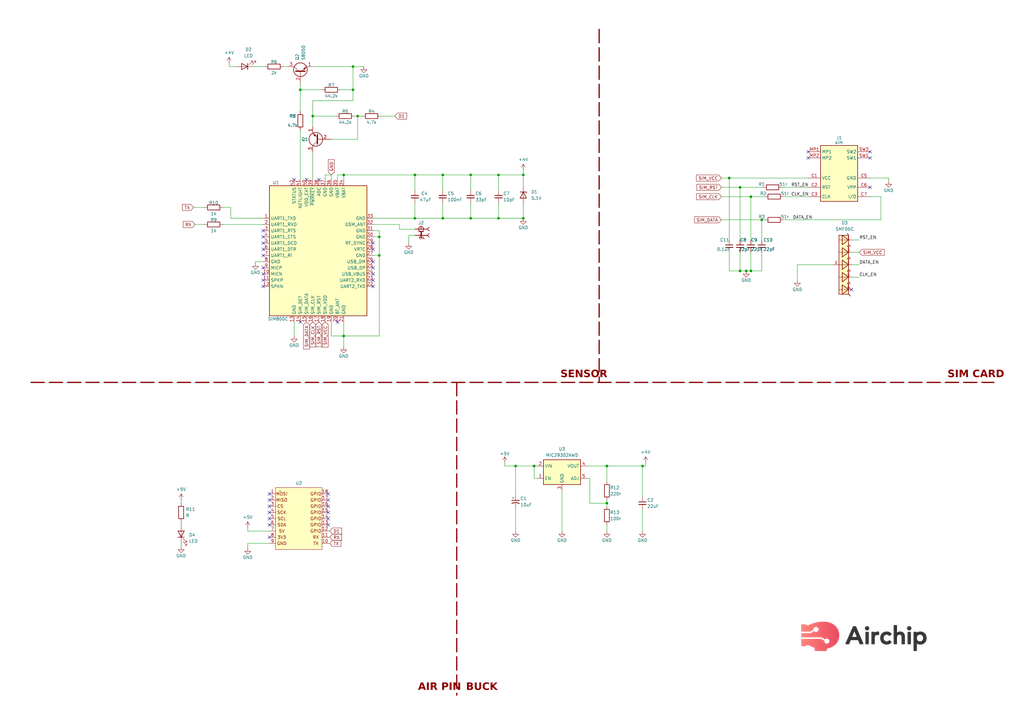
<source format=kicad_sch>
(kicad_sch (version 20230121) (generator eeschema)
  (paper "A3")
  (lib_symbols
    (symbol "Device:C_Polarized_Small_US" (pin_numbers hide) (pin_names (offset 0.254) hide)
      (property "Reference" "C" (at 0.254 1.778 0))
      (property "Value" "C_Polarized_Small_US" (at 0.254 -2.032 0))
      (symbol "C_Polarized_Small_US_0_1"
        (polyline (pts (xy -1.524 0.508) (xy 1.524 0.508)) (stroke (width 0.3048)))
        (polyline (pts (xy -1.27 1.524) (xy -0.762 1.524)))
        (polyline (pts (xy -1.016 1.27) (xy -1.016 1.778)))
        (arc (start 1.524 -0.762) (mid 0 -0.3734) (end -1.524 -0.762) (stroke (width 0.3048)))
      )
      (symbol "C_Polarized_Small_US_1_1"
        (pin passive line (at 0 2.54 270) (length 2.032) (name "~") (number "1"))
        (pin passive line (at 0 -2.54 90) (length 2.032) (name "~") (number "2"))
      )
    )
    (symbol "Device:C_Small" (pin_numbers hide) (pin_names (offset 0.254) hide)
      (property "Reference" "C" (at 0.254 1.778 0))
      (property "Value" "C_Small" (at 0.254 -2.032 0))
      (symbol "C_Small_0_1"
        (polyline (pts (xy -1.524 -0.508) (xy 1.524 -0.508)) (stroke (width 0.3302)))
        (polyline (pts (xy -1.524 0.508) (xy 1.524 0.508)) (stroke (width 0.3048)))
      )
      (symbol "C_Small_1_1"
        (pin passive line (at 0 2.54 270) (length 2.032) (name "~") (number "1"))
        (pin passive line (at 0 -2.54 90) (length 2.032) (name "~") (number "2"))
      )
    )
    (symbol "Device:D_Zener" (pin_numbers hide) (pin_names (offset 1.016) hide)
      (property "Reference" "D" (at 0 2.54 0))
      (property "Value" "D_Zener" (at 0 -2.54 0))
      (symbol "D_Zener_0_1"
        (polyline (pts (xy 1.27 0) (xy -1.27 0)))
        (polyline (pts (xy -1.27 -1.27) (xy -1.27 1.27) (xy -0.762 1.27)) (stroke (width 0.254)))
        (polyline (pts (xy 1.27 -1.27) (xy 1.27 1.27) (xy -1.27 0) (xy 1.27 -1.27)) (stroke (width 0.254)))
      )
      (symbol "D_Zener_1_1"
        (pin passive line (at -3.81 0 0) (length 2.54) (name "K") (number "1"))
        (pin passive line (at 3.81 0 180) (length 2.54) (name "A") (number "2"))
      )
    )
    (symbol "Device:LED" (pin_numbers hide) (pin_names (offset 1.016) hide)
      (property "Reference" "D" (at 0 2.54 0))
      (property "Value" "LED" (at 0 -2.54 0))
      (symbol "LED_0_1"
        (polyline (pts (xy -1.27 -1.27) (xy -1.27 1.27)) (stroke (width 0.254)))
        (polyline (pts (xy -1.27 0) (xy 1.27 0)))
        (polyline (pts (xy 1.27 -1.27) (xy 1.27 1.27) (xy -1.27 0) (xy 1.27 -1.27)) (stroke (width 0.254)))
        (polyline (pts (xy -3.048 -0.762) (xy -4.572 -2.286) (xy -3.81 -2.286) (xy -4.572 -2.286) (xy -4.572 -1.524)))
        (polyline (pts (xy -1.778 -0.762) (xy -3.302 -2.286) (xy -2.54 -2.286) (xy -3.302 -2.286) (xy -3.302 -1.524)))
      )
      (symbol "LED_1_1"
        (pin passive line (at -3.81 0 0) (length 2.54) (name "K") (number "1"))
        (pin passive line (at 3.81 0 180) (length 2.54) (name "A") (number "2"))
      )
    )
    (symbol "Device:R" (pin_numbers hide) (pin_names (offset 0))
      (property "Reference" "R" (at 2.032 0 90))
      (property "Value" "R" (at 0 0 90))
      (symbol "R_0_1"
        (rectangle (start -1.016 -2.54) (end 1.016 2.54) (stroke (width 0.254)))
      )
      (symbol "R_1_1"
        (pin passive line (at 0 3.81 270) (length 1.27) (name "~") (number "1"))
        (pin passive line (at 0 -3.81 90) (length 1.27) (name "~") (number "2"))
      )
    )
    (symbol "L-KLS1-IPEX-20279-001E-0:20279-001E-01" (pin_names (offset 1.016))
      (property "Reference" "J" (at -3.81 4.064 0))
      (property "Value" "20279-001E-01" (at -4.064 -4.318 0))
      (symbol "20279-001E-01_0_0"
        (polyline (pts (xy -3.302 -0.762) (xy -2.54 0)) (stroke (width 0.254)))
        (polyline (pts (xy -3.302 0.762) (xy -2.54 0)) (stroke (width 0.254)))
        (polyline (pts (xy -3.302 1.778) (xy -2.54 2.54)) (stroke (width 0.254)))
        (polyline (pts (xy -3.302 3.302) (xy -2.54 2.54)) (stroke (width 0.254)))
        (polyline (pts (xy -2.54 0) (xy 0 0)) (stroke (width 0.254)))
        (polyline (pts (xy -2.54 2.54) (xy 2.54 2.54)) (stroke (width 0.254)))
        (polyline (pts (xy -1.016 1.524) (xy 0 1.524)) (stroke (width 0.254)))
        (polyline (pts (xy -0.762 -0.762) (xy -1.27 -1.524)) (stroke (width 0.254)))
        (polyline (pts (xy 0 -0.762) (xy -0.762 -0.762)) (stroke (width 0.254)))
        (polyline (pts (xy 0 -0.762) (xy -0.508 -1.524)) (stroke (width 0.254)))
        (polyline (pts (xy 0 -0.762) (xy 0.762 -0.762)) (stroke (width 0.254)))
        (polyline (pts (xy 0 0) (xy -2.286 0)) (stroke (width 0.254)))
        (polyline (pts (xy 0 0) (xy 0 -0.762)) (stroke (width 0.254)))
        (polyline (pts (xy 0 1.524) (xy 0 0)) (stroke (width 0.254)))
        (polyline (pts (xy 0 1.524) (xy 1.016 1.524)) (stroke (width 0.254)))
        (polyline (pts (xy 0.762 -0.762) (xy 0.254 -1.524)) (stroke (width 0.254)))
        (polyline (pts (xy 2.54 0) (xy 0 0)) (stroke (width 0.254)))
        (circle (center 0 0) (radius 0.254) (stroke (width 0.254)))
        (circle (center 0 2.54) (radius 1.016) (stroke (width 0.254)))
        (pin passive line (at 2.54 2.54 180) (length 5.08) (name "~") (number "1"))
        (pin passive line (at 2.54 0 180) (length 5.08) (name "~") (number "2"))
        (pin passive line (at 2.54 0 180) (length 5.08) (name "~") (number "3"))
      )
    )
    (symbol "L-KLS1-SIM-064-_6+2_P-H1_85-R:L-KLS1-SIM-064-_6+2_P-H1.85-R"
      (property "Reference" "J1" (at 12.7 5.715 0))
      (property "Value" "sim" (at 12.7 3.81 0))
      (symbol "L-KLS1-SIM-064-_6+2_P-H1.85-R_1_1"
        (rectangle (start 5.08 2.54) (end 20.32 -20.32) (stroke (width 0.254)) (fill (type background)))
        (pin passive line (at 0 -10.795 0) (length 5.08) (name "VCC") (number "C1"))
        (pin passive line (at 0 -14.605 0) (length 5.08) (name "RST") (number "C2"))
        (pin passive line (at 0 -18.415 0) (length 5.08) (name "CLK") (number "C3"))
        (pin passive line (at 25.4 -10.795 180) (length 5.08) (name "GND") (number "C5"))
        (pin passive line (at 25.4 -14.605 180) (length 5.08) (name "VPP") (number "C6"))
        (pin passive line (at 25.4 -18.415 180) (length 5.08) (name "I/O") (number "C7"))
        (pin passive line (at 0 0 0) (length 5.08) (name "MP1") (number "MP1"))
        (pin passive line (at 0 -2.54 0) (length 5.08) (name "MP2") (number "MP2"))
        (pin passive line (at 25.4 -2.54 180) (length 5.08) (name "SW1") (number "SW1"))
        (pin passive line (at 25.4 0 180) (length 5.08) (name "SW2") (number "SW2"))
      )
    )
    (symbol "RF_GSM:SIM800C"
      (property "Reference" "U1" (at -16.51 36.83 0))
      (property "Value" "SIM800C" (at -18.415 -19.05 0))
      (symbol "SIM800C_0_1"
        (rectangle (start -17.78 35.56) (end 22.225 -17.78) (stroke (width 0.254)) (fill (type background)))
      )
      (symbol "SIM800C_1_1"
        (pin output line (at -20.32 22.225 0) (length 2.54) (name "UART1_TXD") (number "1"))
        (pin input line (at -20.32 -0.635 0) (length 2.54) (name "MICN") (number "10"))
        (pin output line (at -20.32 -3.175 0) (length 2.54) (name "SPKP") (number "11"))
        (pin output line (at -20.32 -5.715 0) (length 2.54) (name "SPKN") (number "12"))
        (pin output line (at -7.62 -20.32 90) (length 2.54) (name "GND") (number "13"))
        (pin input line (at -5.08 -20.32 90) (length 2.54) (name "SIM_DET") (number "14"))
        (pin bidirectional line (at -2.54 -20.32 90) (length 2.54) (name "SIM_DATA") (number "15"))
        (pin output line (at 0 -20.32 90) (length 2.54) (name "SIM_CLK") (number "16"))
        (pin output line (at 2.54 -20.32 90) (length 2.54) (name "SIM_RST") (number "17"))
        (pin power_out line (at 5.08 -20.32 90) (length 2.54) (name "SIM_VDD") (number "18"))
        (pin output line (at 7.62 -20.32 90) (length 2.54) (name "GND") (number "19"))
        (pin input line (at -20.32 19.685 0) (length 2.54) (name "UART1_RXD") (number "2"))
        (pin passive line (at 10.16 -20.32 90) (length 2.54) (name "BT_ANT") (number "20"))
        (pin output line (at 12.7 -20.32 90) (length 2.54) (name "GND") (number "21"))
        (pin output line (at 24.765 -5.715 180) (length 2.54) (name "UART2_TXD") (number "22"))
        (pin input line (at 24.765 -3.175 180) (length 2.54) (name "UART2_RXD") (number "23"))
        (pin input line (at 24.765 -0.635 180) (length 2.54) (name "USB_VBUS") (number "24"))
        (pin bidirectional line (at 24.765 1.905 180) (length 2.54) (name "USB_DP") (number "25"))
        (pin bidirectional line (at 24.765 4.445 180) (length 2.54) (name "USB_DM") (number "26"))
        (pin output line (at 24.765 6.985 180) (length 2.54) (name "GND") (number "27"))
        (pin power_in line (at 24.765 9.525 180) (length 2.54) (name "VRTC") (number "28"))
        (pin output line (at 24.765 12.065 180) (length 2.54) (name "RF_SYNC") (number "29"))
        (pin input line (at -20.32 17.145 0) (length 2.54) (name "UART1_RTS") (number "3"))
        (pin output line (at 24.765 14.605 180) (length 2.54) (name "GND") (number "30"))
        (pin output line (at 24.765 17.145 180) (length 2.54) (name "GND") (number "31"))
        (pin passive line (at 24.765 19.685 180) (length 2.54) (name "GSM_ANT") (number "32"))
        (pin output line (at 24.765 22.225 180) (length 2.54) (name "GND") (number "33"))
        (pin power_in line (at 12.7 38.1 270) (length 2.54) (name "VBAT") (number "34"))
        (pin output line (at 10.16 38.1 270) (length 2.54) (name "VBAT") (number "35"))
        (pin output line (at 7.62 38.1 270) (length 2.54) (name "GND") (number "36"))
        (pin output line (at 5.08 38.1 270) (length 2.54) (name "GND") (number "37"))
        (pin input line (at 2.54 38.1 270) (length 2.54) (name "ADC") (number "38"))
        (pin input line (at 0 38.1 270) (length 2.54) (name "~{PWRKEY}") (number "39"))
        (pin output line (at -20.32 14.605 0) (length 2.54) (name "UART1_CTS") (number "4"))
        (pin power_out line (at -2.54 38.1 270) (length 2.54) (name "VDD_EXT") (number "40"))
        (pin output line (at -5.08 38.1 270) (length 2.54) (name "NETLIGHT") (number "41"))
        (pin output line (at -7.62 38.1 270) (length 2.54) (name "STATUS") (number "42"))
        (pin output line (at -20.32 12.065 0) (length 2.54) (name "UART1_DCD") (number "5"))
        (pin input line (at -20.32 9.525 0) (length 2.54) (name "UART1_DTR") (number "6"))
        (pin output line (at -20.32 6.985 0) (length 2.54) (name "UART1_RI") (number "7"))
        (pin power_in line (at -20.32 4.445 0) (length 2.54) (name "GND") (number "8"))
        (pin input line (at -20.32 1.905 0) (length 2.54) (name "MICP") (number "9"))
      )
    )
    (symbol "Regulator_Linear:MIC29302AWD"
      (property "Reference" "U" (at -6.35 6.35 0))
      (property "Value" "MIC29302AWD" (at 2.54 6.35 0))
      (symbol "MIC29302AWD_1_1"
        (rectangle (start -7.62 5.08) (end 7.62 -5.08) (stroke (width 0.254)) (fill (type background)))
        (pin input line (at -10.16 -2.54 0) (length 2.54) (name "EN") (number "1"))
        (pin power_in line (at -10.16 2.54 0) (length 2.54) (name "VIN") (number "2"))
        (pin power_in line (at 0 -7.62 90) (length 2.54) (name "GND") (number "3"))
        (pin power_out line (at 10.16 2.54 180) (length 2.54) (name "VOUT") (number "4"))
        (pin input line (at 10.16 -2.54 180) (length 2.54) (name "ADJ") (number "5"))
      )
    )
    (symbol "SMF05C:SMF05C" (pin_names (offset 1.016))
      (property "Reference" "D" (at -23.0178 0.1016 0))
      (property "Value" "SMF05C" (at -23.0396 -1.9581 0))
      (symbol "SMF05C_0_0"
        (rectangle (start -9.525 -2.6035) (end 14.605 1.3335) (stroke (width 0.254)) (fill (type background)))
        (polyline (pts (xy -9.525 -1.27) (xy -5.715 -1.27)) (stroke (width 0.254)))
        (polyline (pts (xy -9.525 1.397) (xy -10.287 0.762)) (stroke (width 0.254)))
        (polyline (pts (xy -7.62 0) (xy -7.62 -2.54)) (stroke (width 0.1524)))
        (polyline (pts (xy -7.62 1.27) (xy -9.525 -1.27)) (stroke (width 0.254)))
        (polyline (pts (xy -5.715 -1.27) (xy -7.62 1.27)) (stroke (width 0.254)))
        (polyline (pts (xy -5.715 1.397) (xy -4.953 2.032)) (stroke (width 0.254)))
        (polyline (pts (xy -4.445 -1.27) (xy -0.635 -1.27)) (stroke (width 0.254)))
        (polyline (pts (xy -4.445 1.397) (xy -5.207 0.762)) (stroke (width 0.254)))
        (polyline (pts (xy -2.54 0) (xy -2.54 -2.54)) (stroke (width 0.1524)))
        (polyline (pts (xy -2.54 1.27) (xy -4.445 -1.27)) (stroke (width 0.254)))
        (polyline (pts (xy -0.635 -1.27) (xy -2.54 1.27)) (stroke (width 0.254)))
        (polyline (pts (xy -0.635 1.397) (xy 0.127 2.032)) (stroke (width 0.254)))
        (polyline (pts (xy 0.635 -1.27) (xy 4.445 -1.27)) (stroke (width 0.254)))
        (polyline (pts (xy 0.635 1.397) (xy -0.127 0.762)) (stroke (width 0.254)))
        (polyline (pts (xy 2.54 0) (xy 2.54 -2.54)) (stroke (width 0.1524)))
        (polyline (pts (xy 2.54 1.27) (xy 0.635 -1.27)) (stroke (width 0.254)))
        (polyline (pts (xy 4.445 -1.27) (xy 2.54 1.27)) (stroke (width 0.254)))
        (polyline (pts (xy 4.445 1.397) (xy 5.207 2.032)) (stroke (width 0.254)))
        (polyline (pts (xy 5.715 -1.27) (xy 9.525 -1.27)) (stroke (width 0.254)))
        (polyline (pts (xy 5.715 1.397) (xy 4.953 0.762)) (stroke (width 0.254)))
        (polyline (pts (xy 7.62 0) (xy 7.62 -2.54)) (stroke (width 0.1524)))
        (polyline (pts (xy 7.62 1.27) (xy 5.715 -1.27)) (stroke (width 0.254)))
        (polyline (pts (xy 9.525 -1.27) (xy 7.62 1.27)) (stroke (width 0.254)))
        (polyline (pts (xy 9.525 1.397) (xy 10.287 2.032)) (stroke (width 0.254)))
        (polyline (pts (xy 10.795 -1.27) (xy 14.605 -1.27)) (stroke (width 0.254)))
        (polyline (pts (xy 10.795 1.397) (xy 10.033 0.762)) (stroke (width 0.254)))
        (polyline (pts (xy 12.7 0) (xy 12.7 -2.54)) (stroke (width 0.1524)))
        (polyline (pts (xy 12.7 1.27) (xy 10.795 -1.27)) (stroke (width 0.254)))
        (polyline (pts (xy 14.605 -1.27) (xy 12.7 1.27)) (stroke (width 0.254)))
        (polyline (pts (xy 14.605 1.397) (xy 15.367 2.032)) (stroke (width 0.254)))
        (pin passive line (at -7.62 2.54 270) (length 2.54) (name "~") (number "1"))
        (pin passive line (at 2.54 -5.08 90) (length 2.54) (name "~") (number "2"))
        (pin passive line (at -2.54 2.54 270) (length 2.54) (name "~") (number "3"))
        (pin passive line (at 2.54 2.54 270) (length 2.54) (name "~") (number "4"))
        (pin passive line (at 7.62 2.54 270) (length 2.54) (name "~") (number "5"))
        (pin passive line (at 12.7 2.54 270) (length 2.54) (name "~") (number "6"))
      )
    )
    (symbol "Transistor_BJT:S8050" (pin_names (offset 0) hide)
      (property "Reference" "Q" (at 5.08 1.905 0))
      (property "Value" "S8050" (at 5.08 0 0))
      (symbol "S8050_0_1"
        (polyline (pts (xy 0 0) (xy 0.635 0)))
        (polyline (pts (xy 0.635 0.635) (xy 2.54 2.54)))
        (polyline (pts (xy 0.635 -0.635) (xy 2.54 -2.54) (xy 2.54 -2.54)))
        (polyline (pts (xy 0.635 1.905) (xy 0.635 -1.905) (xy 0.635 -1.905)) (stroke (width 0.508)))
        (polyline (pts (xy 1.27 -1.778) (xy 1.778 -1.27) (xy 2.286 -2.286) (xy 1.27 -1.778) (xy 1.27 -1.778)) (fill (type outline)))
        (circle (center 1.27 0) (radius 2.8194) (stroke (width 0.254)))
      )
      (symbol "S8050_1_1"
        (pin passive line (at 2.54 -5.08 90) (length 2.54) (name "E") (number "1"))
        (pin input line (at -5.08 0 0) (length 5.08) (name "B") (number "2"))
        (pin passive line (at 2.54 5.08 270) (length 2.54) (name "C") (number "3"))
      )
    )
    (symbol "moduler_pin:air"
      (property "Reference" "U" (at 7.62 2.54 0))
      (symbol "air_1_1"
        (rectangle (start -1.905 1.27) (end 17.145 -24.13) (fill (type background)))
        (text "3V3" (at 0.635 -19.05 0) (effects (font (size 1.27 1.27))))
        (text "5V" (at 0.635 -16.51 0) (effects (font (size 1.27 1.27))))
        (text "CS" (at 0 -6.35 0) (effects (font (size 1.27 1.27))))
        (text "GND" (at 0.635 -21.59 0) (effects (font (size 1.27 1.27))))
        (text "GPIO" (at 14.605 -16.51 0) (effects (font (size 1.27 1.27))))
        (text "GPIO" (at 14.605 -13.97 0) (effects (font (size 1.27 1.27))))
        (text "GPIO" (at 14.605 -11.43 0) (effects (font (size 1.27 1.27))))
        (text "GPIO" (at 14.605 -8.89 0) (effects (font (size 1.27 1.27))))
        (text "GPIO" (at 14.605 -6.35 0) (effects (font (size 1.27 1.27))))
        (text "GPIO" (at 14.605 -3.81 0) (effects (font (size 1.27 1.27))))
        (text "GPIO" (at 14.605 -1.27 0) (effects (font (size 1.27 1.27))))
        (text "MISO" (at 0.635 -3.81 0) (effects (font (size 1.27 1.27))))
        (text "MOSI" (at 0.635 -1.27 0) (effects (font (size 1.27 1.27))))
        (text "RX" (at 14.605 -19.05 0) (effects (font (size 1.27 1.27))))
        (text "SCK" (at 0.635 -8.89 0) (effects (font (size 1.27 1.27))))
        (text "SCL" (at 0.635 -11.43 0) (effects (font (size 1.27 1.27))))
        (text "SDA" (at 0.635 -13.97 0) (effects (font (size 1.27 1.27))))
        (text "TX" (at 14.605 -21.59 0) (effects (font (size 1.27 1.27))))
        (pin input line (at -4.445 -1.27 0) (length 2.54) (name "") (number "1"))
        (pin input line (at 19.685 -21.59 180) (length 2.54) (name "") (number "10"))
        (pin input line (at 19.685 -19.05 180) (length 2.54) (name "") (number "11"))
        (pin input line (at 19.685 -16.51 180) (length 2.54) (name "") (number "12"))
        (pin input line (at 19.685 -13.97 180) (length 2.54) (name "") (number "13"))
        (pin input line (at 19.685 -11.43 180) (length 2.54) (name "") (number "14"))
        (pin input line (at 19.685 -8.89 180) (length 2.54) (name "") (number "15"))
        (pin input line (at 19.685 -6.35 180) (length 2.54) (name "") (number "16"))
        (pin input line (at 19.685 -3.81 180) (length 2.54) (name "") (number "17"))
        (pin input line (at 19.685 -1.27 180) (length 2.54) (name "") (number "18"))
        (pin input line (at -4.445 -3.81 0) (length 2.54) (name "") (number "2"))
        (pin input line (at -4.445 -6.35 0) (length 2.54) (name "") (number "3"))
        (pin input line (at -4.445 -8.89 0) (length 2.54) (name "") (number "4"))
        (pin input line (at -4.445 -11.43 0) (length 2.54) (name "") (number "5"))
        (pin input line (at -4.445 -13.97 0) (length 2.54) (name "") (number "6"))
        (pin input line (at -4.445 -16.51 0) (length 2.54) (name "") (number "7"))
        (pin input line (at -4.445 -19.05 0) (length 2.54) (name "") (number "8"))
        (pin input line (at -4.445 -21.59 0) (length 2.54) (name "") (number "9"))
      )
    )
    (symbol "power:+4V" (power) (pin_names (offset 0))
      (property "Value" "+4V" (at 0 3.556 0))
      (symbol "+4V_0_1"
        (polyline (pts (xy -0.762 1.27) (xy 0 2.54)))
        (polyline (pts (xy 0 0) (xy 0 2.54)))
        (polyline (pts (xy 0 2.54) (xy 0.762 1.27)))
      )
      (symbol "+4V_1_1"
        (pin power_in line (at 0 0 90) (length 0) hide (name "+4V") (number "1"))
      )
    )
    (symbol "power:+5V" (power) (pin_names (offset 0))
      (property "Value" "+5V" (at 0 3.556 0))
      (symbol "+5V_0_1"
        (polyline (pts (xy -0.762 1.27) (xy 0 2.54)))
        (polyline (pts (xy 0 0) (xy 0 2.54)))
        (polyline (pts (xy 0 2.54) (xy 0.762 1.27)))
      )
      (symbol "+5V_1_1"
        (pin power_in line (at 0 0 90) (length 0) hide (name "+5V") (number "1"))
      )
    )
    (symbol "power:GND" (power) (pin_names (offset 0))
      (property "Value" "GND" (at 0 -3.81 0))
      (symbol "GND_0_1"
        (polyline (pts (xy 0 0) (xy 0 -1.27) (xy 1.27 -1.27) (xy 0 -2.54) (xy -1.27 -1.27) (xy 0 -1.27)))
      )
      (symbol "GND_1_1"
        (pin power_in line (at 0 0 270) (length 0) hide (name "GND") (number "1"))
      )
    )
  )
  (junction (at 181.61 71.755))
  (junction (at 155.575 97.155))
  (junction (at 146.685 47.625))
  (junction (at 140.97 71.755))
  (junction (at 312.42 90.17))
  (junction (at 193.04 71.755))
  (junction (at 181.61 89.535))
  (junction (at 123.19 36.83))
  (junction (at 306.07 111.125))
  (junction (at 170.18 89.535))
  (junction (at 144.78 27.305))
  (junction (at 170.18 71.755))
  (junction (at 144.78 36.83))
  (junction (at 140.97 137.795))
  (junction (at 214.63 71.755))
  (junction (at 307.975 111.125))
  (junction (at 155.575 104.775))
  (junction (at 263.525 191.135))
  (junction (at 219.075 191.135))
  (junction (at 248.92 191.135))
  (junction (at 204.47 71.755))
  (junction (at 307.975 80.645))
  (junction (at 248.92 206.375))
  (junction (at 128.27 47.625))
  (junction (at 204.47 89.535))
  (junction (at 303.53 111.125))
  (junction (at 193.04 89.535))
  (junction (at 299.085 73.025))
  (junction (at 303.53 76.835))
  (junction (at 211.455 191.135))
  (junction (at 214.63 89.535))
  (no_connect (at 134.62 205.105))
  (no_connect (at 110.49 210.185))
  (no_connect (at 153.035 102.235))
  (no_connect (at 120.65 73.66))
  (no_connect (at 153.035 114.935))
  (no_connect (at 107.95 102.235))
  (no_connect (at 153.035 117.475))
  (no_connect (at 331.47 62.23))
  (no_connect (at 107.95 97.155))
  (no_connect (at 153.035 99.695))
  (no_connect (at 356.87 64.77))
  (no_connect (at 134.62 210.185))
  (no_connect (at 153.035 112.395))
  (no_connect (at 130.81 73.66))
  (no_connect (at 110.49 212.725))
  (no_connect (at 107.95 94.615))
  (no_connect (at 125.73 73.66))
  (no_connect (at 107.95 112.395))
  (no_connect (at 110.49 202.565))
  (no_connect (at 123.19 132.08))
  (no_connect (at 153.035 107.315))
  (no_connect (at 107.95 99.695))
  (no_connect (at 134.62 202.565))
  (no_connect (at 134.62 215.265))
  (no_connect (at 331.47 64.77))
  (no_connect (at 107.95 114.935))
  (no_connect (at 107.95 109.855))
  (no_connect (at 110.49 220.345))
  (no_connect (at 107.95 104.775))
  (no_connect (at 349.25 118.745))
  (no_connect (at 356.87 76.835))
  (no_connect (at 107.95 117.475))
  (no_connect (at 153.035 109.855))
  (no_connect (at 134.62 207.645))
  (no_connect (at 138.43 132.08))
  (no_connect (at 110.49 205.105))
  (no_connect (at 110.49 207.645))
  (no_connect (at 356.87 62.23))
  (no_connect (at 110.49 215.265))
  (no_connect (at 134.62 212.725))
  (wire (pts (xy 156.21 47.625) (xy 161.925 47.625)))
  (wire (pts (xy 349.25 113.665) (xy 352.425 113.665)))
  (wire (pts (xy 140.97 73.66) (xy 140.97 71.755)))
  (wire (pts (xy 264.795 191.135) (xy 263.525 191.135)))
  (wire (pts (xy 74.295 213.995) (xy 74.295 215.265)))
  (wire (pts (xy 181.61 89.535) (xy 170.18 89.535)))
  (wire (pts (xy 241.935 206.375) (xy 248.92 206.375)))
  (wire (pts (xy 104.14 27.305) (xy 108.585 27.305)))
  (wire (pts (xy 299.085 73.025) (xy 299.085 98.425)))
  (wire (pts (xy 120.65 132.08) (xy 120.65 137.795)))
  (wire (pts (xy 138.43 73.66) (xy 138.43 71.755)))
  (wire (pts (xy 101.6 224.79) (xy 101.6 222.885)))
  (wire (pts (xy 349.25 98.425) (xy 352.425 98.425)))
  (wire (pts (xy 320.675 76.835) (xy 331.47 76.835)))
  (wire (pts (xy 248.92 191.135) (xy 263.525 191.135)))
  (wire (pts (xy 107.95 89.535) (xy 94.615 89.535)))
  (wire (pts (xy 263.525 191.135) (xy 263.525 203.835)))
  (wire (pts (xy 211.455 217.805) (xy 211.455 208.28)))
  (wire (pts (xy 193.04 71.755) (xy 193.04 78.105)))
  (wire (pts (xy 101.6 217.805) (xy 101.6 216.535)))
  (wire (pts (xy 299.085 103.505) (xy 299.085 111.125)))
  (wire (pts (xy 307.975 111.125) (xy 306.07 111.125)))
  (wire (pts (xy 153.035 104.775) (xy 155.575 104.775)))
  (wire (pts (xy 303.53 76.835) (xy 313.055 76.835)))
  (wire (pts (xy 303.53 76.835) (xy 303.53 98.425)))
  (wire (pts (xy 138.43 71.755) (xy 140.97 71.755)))
  (wire (pts (xy 193.04 83.185) (xy 193.04 89.535)))
  (wire (pts (xy 133.35 71.755) (xy 133.35 73.66)))
  (wire (pts (xy 116.205 27.305) (xy 118.11 27.305)))
  (wire (pts (xy 219.075 191.135) (xy 220.345 191.135)))
  (wire (pts (xy 140.97 132.08) (xy 140.97 137.795)))
  (wire (pts (xy 327.025 114.935) (xy 327.025 108.585)))
  (polyline (pts (xy 12.7 156.845) (xy 407.67 156.845)) (stroke (width 0.5) (type dash) (color 132 0 0 1)))
  (wire (pts (xy 219.075 191.135) (xy 219.075 196.215)))
  (wire (pts (xy 128.27 52.07) (xy 128.27 47.625)))
  (wire (pts (xy 144.78 36.83) (xy 144.78 27.305)))
  (wire (pts (xy 155.575 137.795) (xy 140.97 137.795)))
  (wire (pts (xy 144.78 41.275) (xy 144.78 36.83)))
  (wire (pts (xy 128.27 47.625) (xy 128.27 41.275)))
  (wire (pts (xy 248.92 205.105) (xy 248.92 206.375)))
  (wire (pts (xy 123.19 34.925) (xy 123.19 36.83)))
  (wire (pts (xy 248.92 191.135) (xy 248.92 197.485)))
  (wire (pts (xy 364.49 74.295) (xy 364.49 73.025)))
  (wire (pts (xy 155.575 104.775) (xy 155.575 137.795)))
  (wire (pts (xy 214.63 69.85) (xy 214.63 71.755)))
  (wire (pts (xy 214.63 71.755) (xy 204.47 71.755)))
  (wire (pts (xy 307.975 80.645) (xy 307.975 98.425)))
  (wire (pts (xy 167.64 99.695) (xy 167.64 96.52)))
  (wire (pts (xy 135.89 57.15) (xy 146.685 57.15)))
  (wire (pts (xy 135.89 132.08) (xy 135.89 137.795)))
  (wire (pts (xy 207.01 189.865) (xy 207.01 191.135)))
  (wire (pts (xy 104.775 107.315) (xy 107.95 107.315)))
  (wire (pts (xy 356.87 80.645) (xy 361.315 80.645)))
  (wire (pts (xy 181.61 83.185) (xy 181.61 89.535)))
  (wire (pts (xy 104.775 107.315) (xy 104.775 107.95)))
  (wire (pts (xy 241.935 196.215) (xy 241.935 206.375)))
  (wire (pts (xy 155.575 94.615) (xy 155.575 97.155)))
  (wire (pts (xy 313.69 90.17) (xy 312.42 90.17)))
  (wire (pts (xy 321.31 80.645) (xy 331.47 80.645)))
  (wire (pts (xy 128.27 73.66) (xy 128.27 62.23)))
  (wire (pts (xy 361.315 90.17) (xy 321.31 90.17)))
  (wire (pts (xy 79.375 85.09) (xy 83.82 85.09)))
  (wire (pts (xy 135.255 220.345) (xy 134.62 220.345)))
  (wire (pts (xy 193.04 89.535) (xy 181.61 89.535)))
  (wire (pts (xy 193.04 71.755) (xy 204.47 71.755)))
  (wire (pts (xy 327.025 108.585) (xy 341.63 108.585)))
  (wire (pts (xy 133.35 71.755) (xy 135.89 71.755)))
  (wire (pts (xy 170.18 71.755) (xy 181.61 71.755)))
  (wire (pts (xy 139.7 36.83) (xy 144.78 36.83)))
  (wire (pts (xy 211.455 191.135) (xy 211.455 203.2)))
  (wire (pts (xy 214.63 76.2) (xy 214.63 71.755)))
  (wire (pts (xy 91.44 92.075) (xy 107.95 92.075)))
  (wire (pts (xy 312.42 90.17) (xy 312.42 98.425)))
  (wire (pts (xy 140.97 71.755) (xy 170.18 71.755)))
  (polyline (pts (xy 187.325 156.845) (xy 187.325 285.115)) (stroke (width 0.5) (type dash) (color 132 0 0 1)))
  (wire (pts (xy 352.425 103.505) (xy 349.25 103.505)))
  (wire (pts (xy 140.97 137.795) (xy 140.97 142.24)))
  (wire (pts (xy 101.6 222.885) (xy 110.49 222.885)))
  (wire (pts (xy 170.18 89.535) (xy 153.035 89.535)))
  (wire (pts (xy 163.83 93.98) (xy 170.18 93.98)))
  (wire (pts (xy 214.63 83.82) (xy 214.63 89.535)))
  (wire (pts (xy 170.18 71.755) (xy 170.18 78.105)))
  (wire (pts (xy 295.91 80.645) (xy 307.975 80.645)))
  (wire (pts (xy 128.27 27.305) (xy 144.78 27.305)))
  (wire (pts (xy 170.18 83.185) (xy 170.18 89.535)))
  (wire (pts (xy 146.685 47.625) (xy 145.415 47.625)))
  (wire (pts (xy 204.47 89.535) (xy 193.04 89.535)))
  (wire (pts (xy 94.615 85.09) (xy 91.44 85.09)))
  (wire (pts (xy 93.98 27.305) (xy 96.52 27.305)))
  (polyline (pts (xy 245.745 12.065) (xy 245.745 156.845)) (stroke (width 0.5) (type dash) (color 132 0 0 1)))
  (wire (pts (xy 207.01 191.135) (xy 211.455 191.135)))
  (wire (pts (xy 248.92 215.265) (xy 248.92 217.805)))
  (wire (pts (xy 312.42 111.125) (xy 307.975 111.125)))
  (wire (pts (xy 94.615 89.535) (xy 94.615 85.09)))
  (wire (pts (xy 364.49 73.025) (xy 356.87 73.025)))
  (wire (pts (xy 181.61 71.755) (xy 193.04 71.755)))
  (wire (pts (xy 240.665 191.135) (xy 248.92 191.135)))
  (wire (pts (xy 264.795 189.865) (xy 264.795 191.135)))
  (wire (pts (xy 295.91 76.835) (xy 303.53 76.835)))
  (wire (pts (xy 307.975 80.645) (xy 313.69 80.645)))
  (wire (pts (xy 204.47 83.185) (xy 204.47 89.535)))
  (wire (pts (xy 128.27 41.275) (xy 144.78 41.275)))
  (wire (pts (xy 140.97 137.795) (xy 135.89 137.795)))
  (wire (pts (xy 220.345 196.215) (xy 219.075 196.215)))
  (wire (pts (xy 312.42 103.505) (xy 312.42 111.125)))
  (wire (pts (xy 123.19 53.34) (xy 123.19 73.66)))
  (wire (pts (xy 303.53 111.125) (xy 306.07 111.125)))
  (wire (pts (xy 155.575 97.155) (xy 155.575 104.775)))
  (wire (pts (xy 299.085 111.125) (xy 303.53 111.125)))
  (wire (pts (xy 135.255 222.885) (xy 134.62 222.885)))
  (wire (pts (xy 361.315 80.645) (xy 361.315 90.17)))
  (wire (pts (xy 110.49 217.805) (xy 101.6 217.805)))
  (wire (pts (xy 299.085 73.025) (xy 331.47 73.025)))
  (wire (pts (xy 123.19 36.83) (xy 123.19 45.72)))
  (wire (pts (xy 211.455 191.135) (xy 219.075 191.135)))
  (wire (pts (xy 349.25 108.585) (xy 352.425 108.585)))
  (wire (pts (xy 181.61 71.755) (xy 181.61 78.105)))
  (wire (pts (xy 295.91 73.025) (xy 299.085 73.025)))
  (wire (pts (xy 155.575 94.615) (xy 153.035 94.615)))
  (wire (pts (xy 80.01 92.075) (xy 83.82 92.075)))
  (wire (pts (xy 240.665 196.215) (xy 241.935 196.215)))
  (wire (pts (xy 167.64 96.52) (xy 170.18 96.52)))
  (wire (pts (xy 153.035 92.075) (xy 163.83 92.075)))
  (wire (pts (xy 307.975 103.505) (xy 307.975 111.125)))
  (wire (pts (xy 144.78 27.305) (xy 149.225 27.305)))
  (wire (pts (xy 128.27 47.625) (xy 137.795 47.625)))
  (wire (pts (xy 135.255 217.805) (xy 134.62 217.805)))
  (wire (pts (xy 163.83 92.075) (xy 163.83 93.98)))
  (wire (pts (xy 123.19 36.83) (xy 132.08 36.83)))
  (wire (pts (xy 135.89 71.755) (xy 135.89 73.66)))
  (wire (pts (xy 153.035 97.155) (xy 155.575 97.155)))
  (wire (pts (xy 248.92 206.375) (xy 248.92 207.645)))
  (wire (pts (xy 214.63 89.535) (xy 204.47 89.535)))
  (wire (pts (xy 93.98 26.035) (xy 93.98 27.305)))
  (wire (pts (xy 263.525 217.805) (xy 263.525 208.915)))
  (wire (pts (xy 74.295 224.155) (xy 74.295 222.885)))
  (wire (pts (xy 312.42 90.17) (xy 295.91 90.17)))
  (wire (pts (xy 230.505 217.805) (xy 230.505 201.295)))
  (wire (pts (xy 74.295 205.105) (xy 74.295 206.375)))
  (wire (pts (xy 204.47 71.755) (xy 204.47 78.105)))
  (wire (pts (xy 146.685 47.625) (xy 148.59 47.625)))
  (wire (pts (xy 303.53 103.505) (xy 303.53 111.125)))
  (wire (pts (xy 146.685 57.15) (xy 146.685 47.625)))
  (image (at 354.33 260.985) (scale 0.303838))
  (text "BUCK" (at 191.135 284.48 0) (effects (font (size 3 3) (thickness 0.6) bold) (justify left bottom)))
  (text "SIM CARD" (at 388.62 156.21 0) (effects (font (size 3 3) (thickness 0.6) bold) (justify left bottom)))
  (text "AIR PIN" (at 171.45 284.48 0) (effects (font (size 3 3) (thickness 0.6) bold) (justify left bottom)))
  (text "SENSOR" (at 229.87 156.21 0) (effects (font (size 3 3) (thickness 0.6) bold) (justify left bottom)))
  (label "RST_EN" (at 324.485 76.835 0))
  (label "CLK_EN" (at 324.485 80.645 0))
  (label "DATA_EN" (at 352.425 108.585 0))
  (label "DATA_EN" (at 325.12 90.17 0))
  (label "RST_EN" (at 352.425 98.425 0))
  (label "CLK_EN" (at 352.425 113.665 0))
  (global_label "SIM_DATA" (shape input) (at 125.73 132.08 270) (property "Intersheetrefs" "${INTERSHEET_REFS}" (effects hide)))
  (global_label "SIM_VCC" (shape input) (at 352.425 103.505 0) (property "Intersheetrefs" "${INTERSHEET_REFS}" (effects hide)))
  (global_label "TX" (shape input) (at 79.375 85.09 180) (property "Intersheetrefs" "${INTERSHEET_REFS}" (effects hide)))
  (global_label "RX" (shape input) (at 80.01 92.075 180) (property "Intersheetrefs" "${INTERSHEET_REFS}" (effects hide)))
  (global_label "D1" (shape input) (at 161.925 47.625 0) (property "Intersheetrefs" "${INTERSHEET_REFS}" (effects hide)))
  (global_label "SIM_VCC" (shape input) (at 133.35 132.08 270) (property "Intersheetrefs" "${INTERSHEET_REFS}" (effects hide)))
  (global_label "SIM_RST" (shape input) (at 295.91 76.835 180) (property "Intersheetrefs" "${INTERSHEET_REFS}" (effects hide)))
  (global_label "SIM_RST" (shape input) (at 130.81 132.08 270) (property "Intersheetrefs" "${INTERSHEET_REFS}" (effects hide)))
  (global_label "SIM_DATA" (shape input) (at 295.91 90.17 180) (property "Intersheetrefs" "${INTERSHEET_REFS}" (effects hide)))
  (global_label "SIM_CLK" (shape input) (at 295.91 80.645 180) (property "Intersheetrefs" "${INTERSHEET_REFS}" (effects hide)))
  (global_label "SIM_VCC" (shape input) (at 295.91 73.025 180) (property "Intersheetrefs" "${INTERSHEET_REFS}" (effects hide)))
  (global_label "RX" (shape input) (at 135.255 220.345 0) (property "Intersheetrefs" "${INTERSHEET_REFS}" (effects hide)))
  (global_label "GND" (shape input) (at 135.89 71.755 90) (property "Intersheetrefs" "${INTERSHEET_REFS}" (effects hide)))
  (global_label "SIM_CLK" (shape input) (at 128.27 132.08 270) (property "Intersheetrefs" "${INTERSHEET_REFS}" (effects hide)))
  (global_label "TX" (shape input) (at 135.255 222.885 0) (property "Intersheetrefs" "${INTERSHEET_REFS}" (effects hide)))
  (global_label "D1" (shape input) (at 135.255 217.805 0) (property "Intersheetrefs" "${INTERSHEET_REFS}" (effects hide)))
  (symbol (lib_id "Device:R") (at 248.92 211.455 0) (unit 1)
    (property "Reference" "R13" (at 250.19 210.185 0) (effects (justify left)))
    (property "Value" "100r" (at 250.19 212.725 0) (effects (justify left)))
    (property "Footprint" "Resistor_SMD:R_0603_1608Metric" (effects hide))
  )
  (symbol (lib_id "Device:C_Small") (at 299.085 100.965 0) (unit 1)
    (property "Reference" "C11" (at 295.275 98.425 0) (effects (justify left)))
    (property "Value" "0.1uF" (at 294.005 102.235 0) (effects (justify left)))
    (property "Footprint" "Capacitor_SMD:C_0603_1608Metric" (effects hide))
  )
  (symbol (lib_id "Device:R") (at 316.865 76.835 90) (unit 1)
    (property "Reference" "R1" (at 312.42 75.565 90))
    (property "Value" "51r" (at 321.31 75.565 90))
    (property "Footprint" "Resistor_SMD:R_0603_1608Metric" (effects hide))
  )
  (symbol (lib_id "Regulator_Linear:MIC29302AWD") (at 230.505 193.675 0) (unit 1)
    (property "Reference" "U3" (at 230.505 184.15 0))
    (property "Value" "MIC29302AWD" (at 230.505 186.69 0))
    (property "Footprint" "Package_TO_SOT_SMD:TO-252-5_TabPin3" (effects hide))
    (property "Datasheet" "https://ww1.microchip.com/downloads/aemDocuments/documents/OTH/ProductDocuments/DataSheets/20005897B.pdf" (effects hide))
  )
  (symbol (lib_id "Device:R") (at 317.5 90.17 90) (unit 1)
    (property "Reference" "R3" (at 312.42 88.9 90))
    (property "Value" "51r" (at 321.945 88.9 90))
    (property "Footprint" "Resistor_SMD:R_0603_1608Metric" (effects hide))
  )
  (symbol (lib_id "Device:R") (at 152.4 47.625 270) (unit 1)
    (property "Reference" "R4" (at 152.4 45.72 90))
    (property "Value" "4.7k" (at 152.4 50.165 90))
    (property "Footprint" "Resistor_SMD:R_0603_1608Metric" (effects hide))
  )
  (symbol (lib_id "Device:C_Small") (at 193.04 80.645 0) (unit 1)
    (property "Reference" "C6" (at 194.945 79.375 0) (effects (justify left)))
    (property "Value" "33pF" (at 194.945 81.915 0) (effects (justify left)))
    (property "Footprint" "Capacitor_SMD:C_0603_1608Metric" (effects hide))
  )
  (symbol (lib_id "power:GND") (at 120.65 137.795 0) (unit 1)
    (property "Reference" "#PWR06" (effects hide))
    (property "Value" "GND" (at 120.65 141.605 0))
  )
  (symbol (lib_id "Device:R") (at 141.605 47.625 270) (unit 1)
    (property "Reference" "R5" (at 141.605 45.72 90))
    (property "Value" "44.2k" (at 141.605 50.165 90))
    (property "Footprint" "Resistor_SMD:R_0603_1608Metric" (effects hide))
  )
  (symbol (lib_id "power:GND") (at 140.97 142.24 0) (unit 1)
    (property "Reference" "#PWR03" (effects hide))
    (property "Value" "GND" (at 140.97 146.05 0))
  )
  (symbol (lib_id "power:GND") (at 306.07 111.125 0) (unit 1)
    (property "Reference" "#PWR02" (effects hide))
    (property "Value" "GND" (at 306.07 114.935 0))
  )
  (symbol (lib_id "power:+5V") (at 74.295 205.105 0) (unit 1)
    (property "Reference" "#PWR015" (effects hide))
    (property "Value" "+5V" (at 74.295 200.66 0))
  )
  (symbol (lib_id "power:+4V") (at 264.795 189.865 0) (unit 1)
    (property "Reference" "#PWR020" (effects hide))
    (property "Value" "+4V" (at 264.795 185.42 0))
  )
  (symbol (lib_id "power:+5V") (at 207.01 189.865 0) (unit 1)
    (property "Reference" "#PWR011" (effects hide))
    (property "Value" "+5V" (at 207.01 186.055 0))
  )
  (symbol (lib_id "power:GND") (at 214.63 89.535 0) (unit 1)
    (property "Reference" "#PWR08" (effects hide))
    (property "Value" "GND" (at 214.63 93.345 0))
  )
  (symbol (lib_id "power:GND") (at 230.505 217.805 0) (unit 1)
    (property "Reference" "#PWR04" (effects hide))
    (property "Value" "GND" (at 230.505 221.615 0))
  )
  (symbol (lib_id "Device:C_Small") (at 303.53 100.965 0) (unit 1)
    (property "Reference" "C8" (at 303.53 98.425 0) (effects (justify left)))
    (property "Value" "22pF" (at 302.895 102.235 0) (effects (justify left)))
    (property "Footprint" "Capacitor_SMD:C_0603_1608Metric" (effects hide))
  )
  (symbol (lib_id "power:GND") (at 74.295 224.155 0) (unit 1)
    (property "Reference" "#PWR012" (effects hide))
    (property "Value" "GND" (at 74.295 227.965 0))
  )
  (symbol (lib_id "L-KLS1-SIM-064-_6+2_P-H1_85-R:L-KLS1-SIM-064-_6+2_P-H1.85-R") (at 331.47 62.23 0) (unit 1)
    (property "Reference" "J1" (at 344.17 56.515 0))
    (property "Value" "sim" (at 344.17 58.42 0))
    (property "Footprint" "sim:LKLS1SIM06462PH185R" (effects hide))
    (property "Datasheet" "https://img.ozdisan.com/ETicaret_Dosya/468486_1511271.PDF" (effects hide))
    (property "Height" "1.7" (effects hide))
    (property "Manufacturer_Name" "KLS Electronic" (effects hide))
    (property "Manufacturer_Part_Number" "L-KLS1-SIM-064-(6+2)P-H1.85-R" (effects hide))
  )
  (symbol (lib_id "Device:R") (at 135.89 36.83 270) (unit 1)
    (property "Reference" "R7" (at 135.89 34.925 90))
    (property "Value" "44.2k" (at 135.89 39.37 90))
    (property "Footprint" "Resistor_SMD:R_0603_1608Metric" (effects hide))
  )
  (symbol (lib_id "Device:R") (at 112.395 27.305 270) (unit 1)
    (property "Reference" "R6" (at 112.395 25.4 90))
    (property "Value" "2k" (at 112.395 29.845 90))
    (property "Footprint" "Resistor_SMD:R_0603_1608Metric" (effects hide))
  )
  (symbol (lib_id "Device:C_Small") (at 263.525 206.375 0) (unit 1)
    (property "Reference" "C2" (at 265.43 205.105 0) (effects (justify left)))
    (property "Value" "22uF" (at 265.43 207.645 0) (effects (justify left)))
    (property "Footprint" "Capacitor_SMD:C_0603_1608Metric" (effects hide))
  )
  (symbol (lib_id "Device:C_Small") (at 170.18 80.645 0) (unit 1)
    (property "Reference" "C4" (at 172.72 79.375 0) (effects (justify left)))
    (property "Value" "47uF" (at 172.085 81.915 0) (effects (justify left)))
    (property "Footprint" "Capacitor_SMD:C_0603_1608Metric" (effects hide))
  )
  (symbol (lib_id "Device:R") (at 87.63 92.075 270) (unit 1)
    (property "Reference" "R9" (at 87.63 90.17 90))
    (property "Value" "1k" (at 87.63 94.615 90))
    (property "Footprint" "Resistor_SMD:R_0603_1608Metric" (effects hide))
  )
  (symbol (lib_id "Device:D_Zener") (at 214.63 80.01 270) (unit 1)
    (property "Reference" "D1" (at 217.805 78.74 90) (effects (justify left)))
    (property "Value" "5.1V" (at 217.805 81.28 90) (effects (justify left)))
    (property "Footprint" "Diode_SMD:D_0603_1608Metric" (effects hide))
  )
  (symbol (lib_id "power:GND") (at 248.92 217.805 0) (unit 1)
    (property "Reference" "#PWR014" (effects hide))
    (property "Value" "GND" (at 248.92 221.615 0))
  )
  (symbol (lib_id "L-KLS1-IPEX-20279-001E-0:20279-001E-01") (at 172.72 96.52 0) (mirror y) (unit 1)
    (property "Reference" "J2" (at 172.72 91.44 0))
    (property "Value" "20279-001E-01" (effects hide))
    (property "Footprint" "L-KLS1-IPEX-20279-001E-0:L-KLS1-IPEX-20279-001E-0" (effects hide))
    (property "PARTREV" "21" (effects hide))
    (property "MF" "I-PEX" (effects hide))
    (property "STANDARD" "Manufacturer Recommendations" (effects hide))
  )
  (symbol (lib_id "Device:R") (at 74.295 210.185 0) (unit 1)
    (property "Reference" "R11" (at 76.2 208.915 0) (effects (justify left)))
    (property "Value" "R" (at 76.2 211.455 0) (effects (justify left)))
    (property "Footprint" "Resistor_SMD:R_0603_1608Metric" (effects hide))
  )
  (symbol (lib_id "moduler_pin:air") (at 114.935 201.295 0) (unit 1)
    (property "Reference" "U2" (at 122.555 198.12 0))
    (property "Value" "~" (at 114.935 201.295 0))
    (property "Footprint" "Moduler_:pin_header_5-3" (effects hide))
  )
  (symbol (lib_id "Device:C_Small") (at 204.47 80.645 0) (unit 1)
    (property "Reference" "C7" (at 206.375 79.375 0) (effects (justify left)))
    (property "Value" "10pF" (at 206.375 81.915 0) (effects (justify left)))
    (property "Footprint" "Capacitor_SMD:C_0603_1608Metric" (effects hide))
  )
  (symbol (lib_id "power:GND") (at 263.525 217.805 0) (unit 1)
    (property "Reference" "#PWR017" (effects hide))
    (property "Value" "GND" (at 263.525 221.615 0))
  )
  (symbol (lib_id "Transistor_BJT:S8050") (at 123.19 29.845 90) (unit 1)
    (property "Reference" "Q2" (at 121.92 24.765 0) (effects (justify left)))
    (property "Value" "S8050" (at 124.46 24.765 0) (effects (justify left)))
    (property "Footprint" "Package_TO_SOT_SMD:SOT-23" (effects hide))
    (property "Datasheet" "http://www.unisonic.com.tw/datasheet/S8050.pdf" (effects hide))
  )
  (symbol (lib_id "Device:C_Small") (at 312.42 100.965 0) (unit 1)
    (property "Reference" "C10" (at 313.055 98.425 0) (effects (justify left)))
    (property "Value" "22pF" (at 313.055 102.235 0) (effects (justify left)))
    (property "Footprint" "Capacitor_SMD:C_0603_1608Metric" (effects hide))
  )
  (symbol (lib_id "RF_GSM:SIM800C") (at 128.27 111.76 0) (unit 1)
    (property "Reference" "U1" (at 111.76 74.93 0) (effects (justify left)))
    (property "Value" "SIM800C" (at 109.855 130.81 0) (effects (justify left)))
    (property "Footprint" "RF_GSM:SIMCom_SIM800C" (effects hide))
    (property "Datasheet" "http://simcom.ee/documents/SIM800C/SIM800C_Hardware_Design_V1.05.pdf" (effects hide))
  )
  (symbol (lib_id "Device:C_Polarized_Small_US") (at 211.455 205.74 0) (unit 1)
    (property "Reference" "C1" (at 213.36 204.47 0) (effects (justify left)))
    (property "Value" "10uF" (at 213.36 207.01 0) (effects (justify left)))
    (property "Footprint" "Capacitor_Tantalum_SMD:CP_EIA-2012-12_Kemet-R" (effects hide))
  )
  (symbol (lib_id "Device:R") (at 317.5 80.645 90) (unit 1)
    (property "Reference" "R2" (at 313.055 79.375 90))
    (property "Value" "51r" (at 321.945 79.375 90))
    (property "Footprint" "Resistor_SMD:R_0603_1608Metric" (effects hide))
  )
  (symbol (lib_id "power:GND") (at 211.455 217.805 0) (unit 1)
    (property "Reference" "#PWR013" (effects hide))
    (property "Value" "GND" (at 211.455 221.615 0))
  )
  (symbol (lib_id "Device:C_Small") (at 181.61 80.645 0) (unit 1)
    (property "Reference" "C5" (at 183.515 79.375 0) (effects (justify left)))
    (property "Value" "100nF" (at 183.515 81.915 0) (effects (justify left)))
    (property "Footprint" "Capacitor_SMD:C_0603_1608Metric" (effects hide))
  )
  (symbol (lib_id "Device:LED") (at 100.33 27.305 180) (unit 1)
    (property "Reference" "D2" (at 101.9175 20.32 0))
    (property "Value" "LED" (at 101.9175 22.86 0))
    (property "Footprint" "LED_SMD:LED_0603_1608Metric" (effects hide))
  )
  (symbol (lib_id "power:GND") (at 149.225 27.305 0) (unit 1)
    (property "Reference" "#PWR09" (effects hide))
    (property "Value" "GND" (at 149.225 31.115 0))
  )
  (symbol (lib_id "power:GND") (at 167.64 99.695 0) (unit 1)
    (property "Reference" "#PWR01" (effects hide))
    (property "Value" "GND" (at 167.64 103.505 0))
  )
  (symbol (lib_id "Device:R") (at 248.92 201.295 0) (unit 1)
    (property "Reference" "R12" (at 250.19 200.025 0) (effects (justify left)))
    (property "Value" "220r" (at 250.19 202.565 0) (effects (justify left)))
    (property "Footprint" "Resistor_SMD:R_0603_1608Metric" (effects hide))
  )
  (symbol (lib_id "Device:C_Small") (at 307.975 100.965 0) (unit 1)
    (property "Reference" "C9" (at 307.975 98.425 0) (effects (justify left)))
    (property "Value" "22pF" (at 307.975 102.235 0) (effects (justify left)))
    (property "Footprint" "Capacitor_SMD:C_0603_1608Metric" (effects hide))
  )
  (symbol (lib_id "Device:LED") (at 74.295 219.075 90) (unit 1)
    (property "Reference" "D4" (at 77.47 219.3925 90) (effects (justify right)))
    (property "Value" "LED" (at 77.47 221.9325 90) (effects (justify right)))
    (property "Footprint" "LED_SMD:LED_0603_1608Metric" (effects hide))
  )
  (symbol (lib_id "Device:R") (at 87.63 85.09 270) (unit 1)
    (property "Reference" "R10" (at 87.63 83.185 90))
    (property "Value" "1k" (at 87.63 87.63 90))
    (property "Footprint" "Resistor_SMD:R_0603_1608Metric" (effects hide))
  )
  (symbol (lib_id "power:+4V") (at 214.63 69.85 0) (unit 1)
    (property "Reference" "#PWR016" (effects hide))
    (property "Value" "+4V" (at 214.63 65.405 0))
  )
  (symbol (lib_id "power:GND") (at 327.025 114.935 0) (unit 1)
    (property "Reference" "#PWR05" (effects hide))
    (property "Value" "GND" (at 327.025 118.745 0))
  )
  (symbol (lib_id "power:+4V") (at 93.98 26.035 0) (unit 1)
    (property "Reference" "#PWR021" (effects hide))
    (property "Value" "+4V" (at 93.98 21.59 0))
  )
  (symbol (lib_id "power:GND") (at 104.775 107.95 0) (unit 1)
    (property "Reference" "#PWR07" (effects hide))
    (property "Value" "GND" (at 104.775 111.76 0))
  )
  (symbol (lib_id "power:GND") (at 364.49 74.295 0) (unit 1)
    (property "Reference" "#PWR010" (effects hide))
    (property "Value" "GND" (at 364.49 78.105 0))
  )
  (symbol (lib_id "power:GND") (at 101.6 224.79 0) (unit 1)
    (property "Reference" "#PWR019" (effects hide))
    (property "Value" "GND" (at 101.6 228.6 0))
  )
  (symbol (lib_id "Device:R") (at 123.19 49.53 180) (unit 1)
    (property "Reference" "R8" (at 120.015 47.625 0))
    (property "Value" "4.7k" (at 120.015 51.435 0))
    (property "Footprint" "Resistor_SMD:R_0603_1608Metric" (effects hide))
  )
  (symbol (lib_id "Transistor_BJT:S8050") (at 130.81 57.15 180) (unit 1)
    (property "Reference" "Q1" (at 126.365 57.15 0) (effects (justify left)))
    (property "Value" "S8050" (effects hide))
    (property "Footprint" "Package_TO_SOT_SMD:SOT-23" (effects hide))
    (property "Datasheet" "http://www.unisonic.com.tw/datasheet/S8050.pdf" (effects hide))
  )
  (symbol (lib_id "power:+5V") (at 101.6 216.535 0) (unit 1)
    (property "Reference" "#PWR018" (effects hide))
    (property "Value" "+5V" (at 101.6 212.09 0))
  )
  (symbol (lib_id "SMF05C:SMF05C") (at 346.71 106.045 270) (unit 1)
    (property "Reference" "D3" (at 346.4242 91.44 90))
    (property "Value" "SMF05C" (at 346.4242 93.98 90))
    (property "Footprint" "SMF05C:SC70-6" (effects hide))
  )
)
</source>
